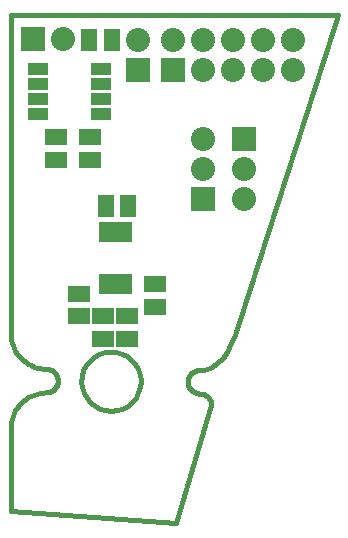
<source format=gbs>
G04 (created by PCBNEW-RS274X (2012-01-19 BZR 3256)-stable) date 21-08-2012 21:42:41*
G01*
G70*
G90*
%MOIN*%
G04 Gerber Fmt 3.4, Leading zero omitted, Abs format*
%FSLAX34Y34*%
G04 APERTURE LIST*
%ADD10C,0.006000*%
%ADD11C,0.015000*%
%ADD12R,0.065000X0.040000*%
%ADD13R,0.055000X0.075000*%
%ADD14R,0.075000X0.055000*%
%ADD15R,0.036000X0.070000*%
%ADD16R,0.080000X0.080000*%
%ADD17C,0.080000*%
G04 APERTURE END LIST*
G54D10*
G54D11*
X50413Y-33996D02*
X50610Y-33819D01*
X50256Y-34114D02*
X50413Y-33996D01*
X50197Y-34154D02*
X50256Y-34114D01*
X50098Y-34193D02*
X50197Y-34154D01*
X49980Y-34213D02*
X50098Y-34193D01*
X49843Y-34213D02*
X49980Y-34213D01*
X50768Y-33602D02*
X50610Y-33819D01*
X50906Y-33327D02*
X50768Y-33602D01*
X51024Y-33031D02*
X50906Y-33327D01*
X49843Y-34212D02*
X49809Y-34214D01*
X49775Y-34218D01*
X49742Y-34226D01*
X49709Y-34236D01*
X49677Y-34249D01*
X49647Y-34265D01*
X49618Y-34284D01*
X49590Y-34305D01*
X49565Y-34328D01*
X49542Y-34353D01*
X49521Y-34381D01*
X49502Y-34410D01*
X49486Y-34440D01*
X49473Y-34472D01*
X49463Y-34505D01*
X49455Y-34538D01*
X49451Y-34572D01*
X49449Y-34606D01*
X50237Y-35394D02*
X50235Y-35360D01*
X50231Y-35326D01*
X50223Y-35293D01*
X50213Y-35260D01*
X50200Y-35228D01*
X50184Y-35198D01*
X50165Y-35169D01*
X50144Y-35141D01*
X50121Y-35116D01*
X50096Y-35093D01*
X50068Y-35072D01*
X50040Y-35053D01*
X50009Y-35037D01*
X49977Y-35024D01*
X49944Y-35014D01*
X49911Y-35006D01*
X49877Y-35002D01*
X49843Y-35000D01*
X49449Y-34606D02*
X49451Y-34640D01*
X49455Y-34674D01*
X49463Y-34707D01*
X49473Y-34740D01*
X49486Y-34772D01*
X49502Y-34802D01*
X49521Y-34831D01*
X49542Y-34859D01*
X49565Y-34884D01*
X49590Y-34907D01*
X49618Y-34928D01*
X49647Y-34947D01*
X49677Y-34963D01*
X49709Y-34976D01*
X49742Y-34986D01*
X49775Y-34994D01*
X49809Y-34998D01*
X49843Y-35000D01*
X44724Y-34961D02*
X44622Y-34966D01*
X44519Y-34979D01*
X44419Y-35002D01*
X44321Y-35033D01*
X44225Y-35072D01*
X44134Y-35120D01*
X44047Y-35175D01*
X43965Y-35238D01*
X43889Y-35307D01*
X43820Y-35383D01*
X43757Y-35465D01*
X43702Y-35552D01*
X43654Y-35643D01*
X43615Y-35739D01*
X43584Y-35837D01*
X43561Y-35937D01*
X43548Y-36040D01*
X43543Y-36142D01*
X44724Y-34961D02*
X44758Y-34959D01*
X44792Y-34955D01*
X44825Y-34947D01*
X44858Y-34937D01*
X44890Y-34924D01*
X44921Y-34908D01*
X44949Y-34889D01*
X44977Y-34868D01*
X45002Y-34845D01*
X45025Y-34820D01*
X45046Y-34792D01*
X45065Y-34763D01*
X45081Y-34733D01*
X45094Y-34701D01*
X45104Y-34668D01*
X45112Y-34635D01*
X45116Y-34601D01*
X45118Y-34567D01*
X45118Y-34567D02*
X45116Y-34533D01*
X45112Y-34499D01*
X45104Y-34466D01*
X45094Y-34433D01*
X45081Y-34401D01*
X45065Y-34371D01*
X45046Y-34342D01*
X45025Y-34314D01*
X45002Y-34289D01*
X44977Y-34266D01*
X44949Y-34245D01*
X44921Y-34226D01*
X44890Y-34210D01*
X44858Y-34197D01*
X44825Y-34187D01*
X44792Y-34179D01*
X44758Y-34175D01*
X44724Y-34173D01*
X43543Y-32992D02*
X43548Y-33094D01*
X43561Y-33197D01*
X43584Y-33297D01*
X43615Y-33395D01*
X43654Y-33491D01*
X43702Y-33582D01*
X43757Y-33669D01*
X43820Y-33751D01*
X43889Y-33827D01*
X43965Y-33896D01*
X44047Y-33959D01*
X44134Y-34014D01*
X44225Y-34062D01*
X44321Y-34101D01*
X44419Y-34132D01*
X44519Y-34155D01*
X44622Y-34168D01*
X44724Y-34173D01*
X51024Y-33031D02*
X54449Y-22382D01*
X43543Y-32992D02*
X43543Y-22382D01*
X43543Y-22382D02*
X54449Y-22382D01*
X47878Y-34587D02*
X47859Y-34778D01*
X47803Y-34963D01*
X47712Y-35133D01*
X47591Y-35283D01*
X47442Y-35406D01*
X47272Y-35497D01*
X47088Y-35554D01*
X46896Y-35574D01*
X46705Y-35557D01*
X46520Y-35503D01*
X46350Y-35413D01*
X46199Y-35292D01*
X46075Y-35145D01*
X45982Y-34976D01*
X45924Y-34792D01*
X45903Y-34600D01*
X45919Y-34409D01*
X45972Y-34224D01*
X46060Y-34052D01*
X46180Y-33901D01*
X46327Y-33776D01*
X46495Y-33682D01*
X46678Y-33623D01*
X46870Y-33600D01*
X47061Y-33615D01*
X47247Y-33666D01*
X47419Y-33753D01*
X47571Y-33872D01*
X47697Y-34018D01*
X47792Y-34186D01*
X47853Y-34369D01*
X47877Y-34560D01*
X47878Y-34587D01*
X50236Y-35394D02*
X49055Y-39311D01*
X43543Y-38917D02*
X43543Y-36102D01*
X43543Y-38917D02*
X49055Y-39311D01*
G54D12*
X44444Y-24188D03*
X46544Y-24188D03*
X44444Y-24688D03*
X44444Y-25188D03*
X44444Y-25688D03*
X46544Y-24688D03*
X46544Y-25188D03*
X46544Y-25688D03*
G54D13*
X46160Y-23228D03*
X46910Y-23228D03*
G54D14*
X48347Y-31357D03*
X48347Y-32107D03*
X47441Y-32420D03*
X47441Y-33170D03*
X45061Y-26453D03*
X45061Y-27203D03*
X46614Y-32420D03*
X46614Y-33170D03*
X46202Y-26453D03*
X46202Y-27203D03*
G54D13*
X47462Y-28740D03*
X46712Y-28740D03*
G54D14*
X45827Y-32422D03*
X45827Y-31672D03*
G54D15*
X47433Y-31347D03*
X47178Y-31347D03*
X46918Y-31347D03*
X46663Y-31347D03*
X46663Y-29597D03*
X46918Y-29597D03*
X47178Y-29597D03*
X47433Y-29597D03*
G54D16*
X44303Y-23189D03*
G54D17*
X45303Y-23189D03*
G54D16*
X51339Y-26520D03*
G54D17*
X51339Y-27520D03*
X51339Y-28520D03*
G54D16*
X49961Y-28520D03*
G54D17*
X49961Y-27520D03*
X49961Y-26520D03*
G54D16*
X47795Y-24201D03*
G54D17*
X47795Y-23201D03*
G54D16*
X48945Y-24201D03*
G54D17*
X48945Y-23201D03*
X49945Y-24201D03*
X49945Y-23201D03*
X50945Y-24201D03*
X50945Y-23201D03*
X51945Y-24201D03*
X51945Y-23201D03*
X52945Y-24201D03*
X52945Y-23201D03*
M02*

</source>
